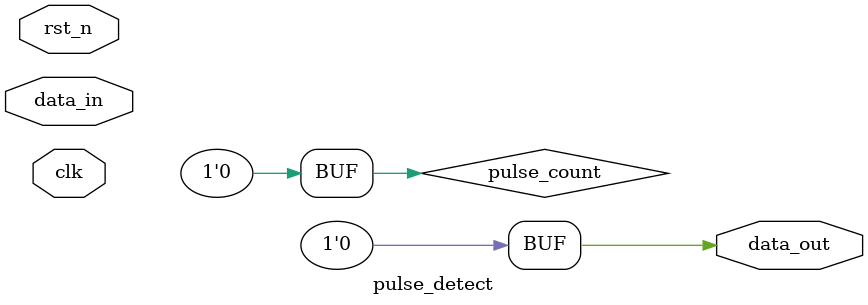
<source format=v>
module pulse_detect(
    input clk,
    input rst_n,
    input data_in,
    output reg data_out
);

reg state; //0: no pulse, 1:pulse in progress, 2:end of pulse
reg pulse_count;
always @(posedge clk or negedge rst_n) begin
    if(!rst_n) state <= 0;
    else state <= {state, data_in};
end
always @* begin
    data_out = 1'b0;
    case (state)
        2'b01: pulse_count <= 0; //no pulse
        2'b10: if(pulse_count > 1) pulse_count <= 0; //end of pulse
        default: pulse_count <= 0;
    endcase
    data_out = state==2'b11 && pulse_count == 3 ? 1'b1 : 1'b0;
end

endmodule
</source>
